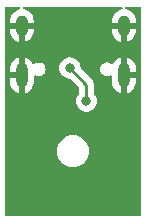
<source format=gbr>
%TF.GenerationSoftware,KiCad,Pcbnew,7.0.5-0*%
%TF.CreationDate,2023-10-01T08:52:51-07:00*%
%TF.ProjectId,MiSTerLaggy,4d695354-6572-44c6-9167-67792e6b6963,rev?*%
%TF.SameCoordinates,Original*%
%TF.FileFunction,Copper,L2,Bot*%
%TF.FilePolarity,Positive*%
%FSLAX46Y46*%
G04 Gerber Fmt 4.6, Leading zero omitted, Abs format (unit mm)*
G04 Created by KiCad (PCBNEW 7.0.5-0) date 2023-10-01 08:52:51*
%MOMM*%
%LPD*%
G01*
G04 APERTURE LIST*
%TA.AperFunction,ComponentPad*%
%ADD10O,1.000000X2.100000*%
%TD*%
%TA.AperFunction,ComponentPad*%
%ADD11O,1.000000X1.800000*%
%TD*%
%TA.AperFunction,ViaPad*%
%ADD12C,0.800000*%
%TD*%
%TA.AperFunction,Conductor*%
%ADD13C,0.250000*%
%TD*%
G04 APERTURE END LIST*
D10*
%TO.P,J1,S1,SHIELD*%
%TO.N,GND*%
X4320000Y3675000D03*
D11*
X4320000Y7875000D03*
D10*
X-4320000Y3675000D03*
D11*
X-4320000Y7875000D03*
%TD*%
D12*
%TO.N,GND*%
X1000000Y-500000D03*
X-3750000Y-2000000D03*
X1750000Y-5000000D03*
%TO.N,Net-(J1-D+-PadA6)*%
X-250000Y4294502D03*
X1150000Y1500000D03*
%TD*%
D13*
%TO.N,Net-(J1-D+-PadA6)*%
X1150000Y1500000D02*
X1150000Y2894502D01*
X1150000Y2894502D02*
X-250000Y4294502D01*
%TD*%
%TA.AperFunction,Conductor*%
%TO.N,GND*%
G36*
X-4491954Y9479815D02*
G01*
X-4446199Y9427011D01*
X-4436255Y9357853D01*
X-4465280Y9294297D01*
X-4524058Y9256523D01*
X-4540216Y9252930D01*
X-4571940Y9248071D01*
X-4762666Y9177435D01*
X-4935268Y9069851D01*
X-5082669Y8929736D01*
X-5082670Y8929734D01*
X-5198857Y8762805D01*
X-5279060Y8575908D01*
X-5320000Y8376691D01*
X-5320000Y8125000D01*
X-4620000Y8125000D01*
X-4620000Y7625000D01*
X-5320000Y7625000D01*
X-5320000Y7424287D01*
X-5304582Y7272662D01*
X-5243701Y7078619D01*
X-5243696Y7078609D01*
X-5144995Y6900785D01*
X-5144995Y6900784D01*
X-5012522Y6746470D01*
X-5012521Y6746469D01*
X-4851696Y6621982D01*
X-4669093Y6532411D01*
X-4570000Y6506756D01*
X-4570000Y7308890D01*
X-4545543Y7269390D01*
X-4456038Y7201799D01*
X-4348160Y7171105D01*
X-4236479Y7181454D01*
X-4136078Y7231448D01*
X-4070000Y7303931D01*
X-4070000Y6501634D01*
X-4068056Y6501931D01*
X-4068055Y6501931D01*
X-3877340Y6572564D01*
X-3877336Y6572566D01*
X-3704733Y6680150D01*
X-3557332Y6820265D01*
X-3557331Y6820267D01*
X-3441144Y6987196D01*
X-3360941Y7174093D01*
X-3320000Y7373310D01*
X-3320000Y7625000D01*
X-4020000Y7625000D01*
X-4020000Y8125000D01*
X-3320000Y8125000D01*
X-3320000Y8325714D01*
X-3335419Y8477339D01*
X-3396300Y8671382D01*
X-3396305Y8671392D01*
X-3495006Y8849216D01*
X-3495006Y8849217D01*
X-3627479Y9003531D01*
X-3627480Y9003532D01*
X-3788305Y9128019D01*
X-3970908Y9217590D01*
X-3970907Y9217590D01*
X-4117167Y9255459D01*
X-4177133Y9291319D01*
X-4208191Y9353906D01*
X-4200482Y9423349D01*
X-4156453Y9477600D01*
X-4090083Y9499436D01*
X-4086086Y9499500D01*
X4081007Y9499500D01*
X4148046Y9479815D01*
X4193801Y9427011D01*
X4203745Y9357853D01*
X4174720Y9294297D01*
X4115942Y9256523D01*
X4099784Y9252930D01*
X4068060Y9248071D01*
X3877334Y9177435D01*
X3704732Y9069851D01*
X3557331Y8929736D01*
X3557330Y8929734D01*
X3441143Y8762805D01*
X3360940Y8575908D01*
X3320000Y8376691D01*
X3320000Y8125000D01*
X4020000Y8125000D01*
X4020000Y7625000D01*
X3320000Y7625000D01*
X3320000Y7424287D01*
X3335418Y7272662D01*
X3396299Y7078619D01*
X3396304Y7078609D01*
X3495005Y6900785D01*
X3495005Y6900784D01*
X3627478Y6746470D01*
X3627479Y6746469D01*
X3788304Y6621982D01*
X3970907Y6532411D01*
X4070000Y6506756D01*
X4070000Y7308890D01*
X4094457Y7269390D01*
X4183962Y7201799D01*
X4291840Y7171105D01*
X4403521Y7181454D01*
X4503922Y7231448D01*
X4570000Y7303931D01*
X4570000Y6501634D01*
X4571944Y6501931D01*
X4571945Y6501931D01*
X4762660Y6572564D01*
X4762664Y6572566D01*
X4935267Y6680150D01*
X5082668Y6820265D01*
X5082669Y6820267D01*
X5198856Y6987196D01*
X5279059Y7174093D01*
X5320000Y7373310D01*
X5320000Y7625000D01*
X4620000Y7625000D01*
X4620000Y8125000D01*
X5320000Y8125000D01*
X5320000Y8325714D01*
X5304581Y8477339D01*
X5243700Y8671382D01*
X5243695Y8671392D01*
X5144994Y8849216D01*
X5144994Y8849217D01*
X5012521Y9003531D01*
X5012520Y9003532D01*
X4851695Y9128019D01*
X4669092Y9217590D01*
X4669093Y9217590D01*
X4522833Y9255459D01*
X4462867Y9291319D01*
X4431809Y9353906D01*
X4439518Y9423349D01*
X4483547Y9477600D01*
X4549917Y9499436D01*
X4553914Y9499500D01*
X5625500Y9499500D01*
X5692539Y9479815D01*
X5738294Y9427011D01*
X5749500Y9375500D01*
X5749500Y-8125500D01*
X5729815Y-8192539D01*
X5677011Y-8238294D01*
X5625500Y-8249500D01*
X-5625500Y-8249500D01*
X-5692539Y-8229815D01*
X-5738294Y-8177011D01*
X-5749500Y-8125500D01*
X-5749500Y-2750000D01*
X-1355659Y-2750000D01*
X-1335064Y-2985403D01*
X-1335062Y-2985413D01*
X-1273906Y-3213655D01*
X-1273904Y-3213659D01*
X-1273903Y-3213663D01*
X-1223970Y-3320745D01*
X-1174036Y-3427828D01*
X-1174035Y-3427830D01*
X-1038495Y-3621402D01*
X-871403Y-3788494D01*
X-677831Y-3924034D01*
X-677829Y-3924035D01*
X-463663Y-4023903D01*
X-235408Y-4085063D01*
X-58968Y-4100499D01*
X-58967Y-4100500D01*
X-58966Y-4100500D01*
X58967Y-4100500D01*
X58967Y-4100499D01*
X235408Y-4085063D01*
X463663Y-4023903D01*
X677829Y-3924035D01*
X871401Y-3788495D01*
X1038495Y-3621401D01*
X1174035Y-3427830D01*
X1273903Y-3213663D01*
X1335063Y-2985408D01*
X1355659Y-2750000D01*
X1335063Y-2514592D01*
X1273903Y-2286337D01*
X1174035Y-2072171D01*
X1174034Y-2072169D01*
X1038494Y-1878597D01*
X871402Y-1711505D01*
X677830Y-1575965D01*
X677828Y-1575964D01*
X570745Y-1526031D01*
X463663Y-1476097D01*
X463659Y-1476096D01*
X463655Y-1476094D01*
X235413Y-1414938D01*
X235403Y-1414936D01*
X58967Y-1399500D01*
X58966Y-1399500D01*
X-58966Y-1399500D01*
X-58967Y-1399500D01*
X-235404Y-1414936D01*
X-235414Y-1414938D01*
X-463656Y-1476094D01*
X-463665Y-1476098D01*
X-677829Y-1575964D01*
X-677831Y-1575965D01*
X-871403Y-1711505D01*
X-1038494Y-1878597D01*
X-1038499Y-1878604D01*
X-1174033Y-2072165D01*
X-1174035Y-2072169D01*
X-1273902Y-2286335D01*
X-1273906Y-2286344D01*
X-1335062Y-2514586D01*
X-1335064Y-2514596D01*
X-1355659Y-2749999D01*
X-1355659Y-2750000D01*
X-5749500Y-2750000D01*
X-5749500Y3074287D01*
X-5320000Y3074287D01*
X-5304582Y2922662D01*
X-5243701Y2728619D01*
X-5243696Y2728609D01*
X-5144995Y2550785D01*
X-5144995Y2550784D01*
X-5012522Y2396470D01*
X-5012521Y2396469D01*
X-4851696Y2271982D01*
X-4669093Y2182411D01*
X-4570001Y2156756D01*
X-4570001Y2958890D01*
X-4545543Y2919390D01*
X-4456038Y2851799D01*
X-4348160Y2821105D01*
X-4236479Y2831454D01*
X-4136078Y2881448D01*
X-4070001Y2953931D01*
X-4070000Y2151634D01*
X-4068056Y2151931D01*
X-4068055Y2151931D01*
X-3877340Y2222564D01*
X-3877336Y2222566D01*
X-3704733Y2330150D01*
X-3557332Y2470265D01*
X-3557331Y2470267D01*
X-3441144Y2637196D01*
X-3360941Y2824093D01*
X-3320000Y3023310D01*
X-3320000Y3564616D01*
X-3300315Y3631655D01*
X-3247511Y3677410D01*
X-3178353Y3687354D01*
X-3148546Y3679177D01*
X-3040236Y3634313D01*
X-2927720Y3619500D01*
X-2927713Y3619500D01*
X-2852287Y3619500D01*
X-2852280Y3619500D01*
X-2739764Y3634313D01*
X-2599767Y3692302D01*
X-2479549Y3784549D01*
X-2387302Y3904767D01*
X-2329313Y4044764D01*
X-2309534Y4195000D01*
X-2322634Y4294502D01*
X-1155460Y4294502D01*
X-1135674Y4106246D01*
X-1135673Y4106243D01*
X-1077182Y3926225D01*
X-1077179Y3926218D01*
X-982533Y3762286D01*
X-914426Y3686646D01*
X-855871Y3621614D01*
X-702735Y3510354D01*
X-702730Y3510351D01*
X-529808Y3433360D01*
X-529803Y3433358D01*
X-344646Y3394002D01*
X-285452Y3394002D01*
X-218413Y3374317D01*
X-197771Y3357683D01*
X488181Y2671731D01*
X521666Y2610408D01*
X524500Y2584050D01*
X524500Y2198688D01*
X504815Y2131649D01*
X492650Y2115716D01*
X417466Y2032216D01*
X322821Y1868285D01*
X322818Y1868278D01*
X264327Y1688260D01*
X264326Y1688256D01*
X244540Y1500000D01*
X264326Y1311744D01*
X264327Y1311741D01*
X322818Y1131723D01*
X322821Y1131716D01*
X417467Y967784D01*
X544128Y827113D01*
X544129Y827112D01*
X697265Y715852D01*
X697270Y715849D01*
X870192Y638858D01*
X870197Y638856D01*
X1055354Y599500D01*
X1055355Y599500D01*
X1244644Y599500D01*
X1244646Y599500D01*
X1429803Y638856D01*
X1602730Y715849D01*
X1755871Y827112D01*
X1882533Y967784D01*
X1977179Y1131716D01*
X2035674Y1311744D01*
X2055460Y1500000D01*
X2035674Y1688256D01*
X1977179Y1868284D01*
X1882533Y2032216D01*
X1882532Y2032217D01*
X1807349Y2115717D01*
X1777119Y2178709D01*
X1775499Y2198689D01*
X1775499Y2811752D01*
X1777224Y2827374D01*
X1776938Y2827401D01*
X1777671Y2835161D01*
X1777673Y2835169D01*
X1776219Y2881448D01*
X1775531Y2903350D01*
X1775500Y2905297D01*
X1775500Y2933848D01*
X1775500Y2933852D01*
X1774631Y2940730D01*
X1774172Y2946559D01*
X1772709Y2993130D01*
X1767122Y3012358D01*
X1763174Y3031418D01*
X1760663Y3051298D01*
X1743512Y3094615D01*
X1741619Y3100144D01*
X1728618Y3144893D01*
X1728616Y3144896D01*
X1718423Y3162131D01*
X1709861Y3179608D01*
X1702487Y3198232D01*
X1702486Y3198234D01*
X1675079Y3235957D01*
X1671888Y3240816D01*
X1648172Y3280919D01*
X1648165Y3280928D01*
X1634006Y3295087D01*
X1621368Y3309883D01*
X1609594Y3326089D01*
X1573688Y3355793D01*
X1569376Y3359716D01*
X734093Y4195000D01*
X2309533Y4195000D01*
X2329312Y4044766D01*
X2329313Y4044764D01*
X2378416Y3926218D01*
X2387302Y3904767D01*
X2479549Y3784549D01*
X2599767Y3692302D01*
X2739764Y3634313D01*
X2852280Y3619500D01*
X2852287Y3619500D01*
X2927713Y3619500D01*
X2927720Y3619500D01*
X3040236Y3634313D01*
X3148546Y3679177D01*
X3218017Y3686646D01*
X3280496Y3655371D01*
X3316148Y3595282D01*
X3320000Y3564616D01*
X3319999Y3074287D01*
X3335418Y2922662D01*
X3396299Y2728619D01*
X3396304Y2728609D01*
X3495005Y2550785D01*
X3495005Y2550784D01*
X3627478Y2396470D01*
X3627479Y2396469D01*
X3788304Y2271982D01*
X3970907Y2182411D01*
X4070000Y2156756D01*
X4070000Y2958890D01*
X4094457Y2919390D01*
X4183962Y2851799D01*
X4291840Y2821105D01*
X4403521Y2831454D01*
X4503922Y2881448D01*
X4569999Y2953931D01*
X4569999Y2151635D01*
X4571944Y2151931D01*
X4571945Y2151931D01*
X4762660Y2222564D01*
X4762664Y2222566D01*
X4935267Y2330150D01*
X5082668Y2470265D01*
X5082669Y2470267D01*
X5198856Y2637196D01*
X5279059Y2824093D01*
X5320000Y3023310D01*
X5320000Y3425000D01*
X4620000Y3425000D01*
X4620000Y3925000D01*
X5320000Y3925000D01*
X5320000Y4275714D01*
X5304581Y4427339D01*
X5243700Y4621382D01*
X5243695Y4621392D01*
X5144994Y4799216D01*
X5144994Y4799217D01*
X5012521Y4953531D01*
X5012520Y4953532D01*
X4851695Y5078019D01*
X4669093Y5167589D01*
X4570000Y5193247D01*
X4570000Y4391111D01*
X4545543Y4430610D01*
X4456038Y4498201D01*
X4348160Y4528895D01*
X4236479Y4518546D01*
X4136078Y4468552D01*
X4070000Y4396070D01*
X4070000Y5198367D01*
X4068053Y5198069D01*
X4068047Y5198067D01*
X3877342Y5127438D01*
X3877335Y5127435D01*
X3704732Y5019851D01*
X3557331Y4879736D01*
X3557330Y4879734D01*
X3441143Y4712804D01*
X3434531Y4697397D01*
X3390002Y4643555D01*
X3323432Y4622335D01*
X3255958Y4640473D01*
X3245095Y4647927D01*
X3180234Y4697698D01*
X3180230Y4697700D01*
X3089731Y4735186D01*
X3040236Y4755687D01*
X3026171Y4757539D01*
X2927727Y4770500D01*
X2927720Y4770500D01*
X2852280Y4770500D01*
X2852272Y4770500D01*
X2739764Y4755687D01*
X2739763Y4755687D01*
X2599770Y4697700D01*
X2599767Y4697699D01*
X2599767Y4697698D01*
X2554269Y4662786D01*
X2479549Y4605451D01*
X2387300Y4485230D01*
X2329313Y4345237D01*
X2329312Y4345235D01*
X2309533Y4195001D01*
X2309533Y4195000D01*
X734093Y4195000D01*
X688960Y4240133D01*
X655475Y4301456D01*
X653323Y4314834D01*
X635674Y4482758D01*
X577179Y4662786D01*
X482533Y4826718D01*
X355871Y4967390D01*
X355870Y4967391D01*
X202734Y5078651D01*
X202729Y5078654D01*
X29807Y5155645D01*
X29802Y5155647D01*
X-116000Y5186637D01*
X-155354Y5195002D01*
X-344646Y5195002D01*
X-377103Y5188104D01*
X-529803Y5155647D01*
X-529808Y5155645D01*
X-702730Y5078654D01*
X-702735Y5078651D01*
X-855871Y4967391D01*
X-982534Y4826717D01*
X-1077179Y4662787D01*
X-1077182Y4662780D01*
X-1134870Y4485233D01*
X-1135674Y4482758D01*
X-1155460Y4294502D01*
X-2322634Y4294502D01*
X-2329313Y4345236D01*
X-2387302Y4485233D01*
X-2479549Y4605451D01*
X-2599767Y4697698D01*
X-2599771Y4697700D01*
X-2663199Y4723973D01*
X-2739764Y4755687D01*
X-2753829Y4757539D01*
X-2852273Y4770500D01*
X-2852280Y4770500D01*
X-2927720Y4770500D01*
X-2927728Y4770500D01*
X-3040236Y4755687D01*
X-3040237Y4755687D01*
X-3180231Y4697700D01*
X-3180234Y4697698D01*
X-3247364Y4646187D01*
X-3312533Y4620993D01*
X-3380978Y4635032D01*
X-3430968Y4683846D01*
X-3431269Y4684386D01*
X-3495003Y4799212D01*
X-3495006Y4799217D01*
X-3627479Y4953531D01*
X-3627480Y4953532D01*
X-3788305Y5078019D01*
X-3970907Y5167589D01*
X-4070001Y5193247D01*
X-4070001Y4391113D01*
X-4094457Y4430610D01*
X-4183962Y4498201D01*
X-4291840Y4528895D01*
X-4403521Y4518546D01*
X-4503922Y4468552D01*
X-4570000Y4396070D01*
X-4570000Y5198367D01*
X-4571947Y5198069D01*
X-4571953Y5198067D01*
X-4762658Y5127438D01*
X-4762665Y5127435D01*
X-4935268Y5019851D01*
X-5082669Y4879736D01*
X-5082670Y4879734D01*
X-5198857Y4712805D01*
X-5279060Y4525908D01*
X-5320000Y4326691D01*
X-5320000Y3925000D01*
X-4620000Y3925000D01*
X-4620000Y3425000D01*
X-5320000Y3425000D01*
X-5320000Y3074287D01*
X-5749500Y3074287D01*
X-5749500Y9375500D01*
X-5729815Y9442539D01*
X-5677011Y9488294D01*
X-5625500Y9499500D01*
X-4558993Y9499500D01*
X-4491954Y9479815D01*
G37*
%TD.AperFunction*%
%TD*%
M02*

</source>
